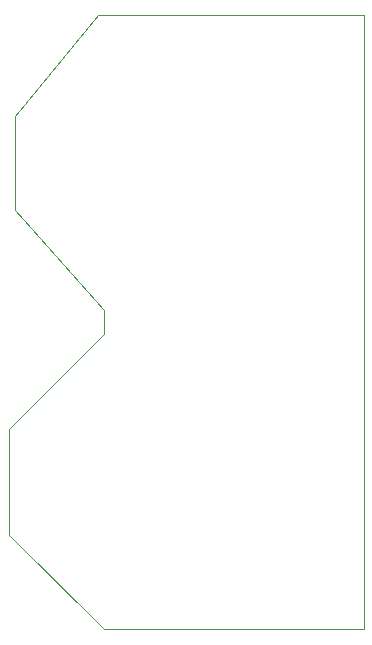
<source format=gbr>
%TF.GenerationSoftware,KiCad,Pcbnew,8.0.2*%
%TF.CreationDate,2025-09-09T09:28:48+02:00*%
%TF.ProjectId,e77,6537372e-6b69-4636-9164-5f7063625858,rev?*%
%TF.SameCoordinates,Original*%
%TF.FileFunction,Profile,NP*%
%FSLAX46Y46*%
G04 Gerber Fmt 4.6, Leading zero omitted, Abs format (unit mm)*
G04 Created by KiCad (PCBNEW 8.0.2) date 2025-09-09 09:28:48*
%MOMM*%
%LPD*%
G01*
G04 APERTURE LIST*
%TA.AperFunction,Profile*%
%ADD10C,0.050000*%
%TD*%
G04 APERTURE END LIST*
D10*
X136500000Y-118000000D02*
X114500000Y-118000000D01*
X136500000Y-118000000D02*
X136500000Y-66000000D01*
X114500000Y-118000000D02*
X106500000Y-110000000D01*
X136500000Y-66000000D02*
X114000000Y-66000000D01*
X106500000Y-101000000D02*
X114500000Y-93000000D01*
X107000000Y-74500000D02*
X114000000Y-66000000D01*
X106500000Y-110000000D02*
X106500000Y-101000000D01*
X114500000Y-93000000D02*
X114500000Y-91000000D01*
X114500000Y-91000000D02*
X107000000Y-82500000D01*
X107000000Y-82500000D02*
X107000000Y-74500000D01*
M02*

</source>
